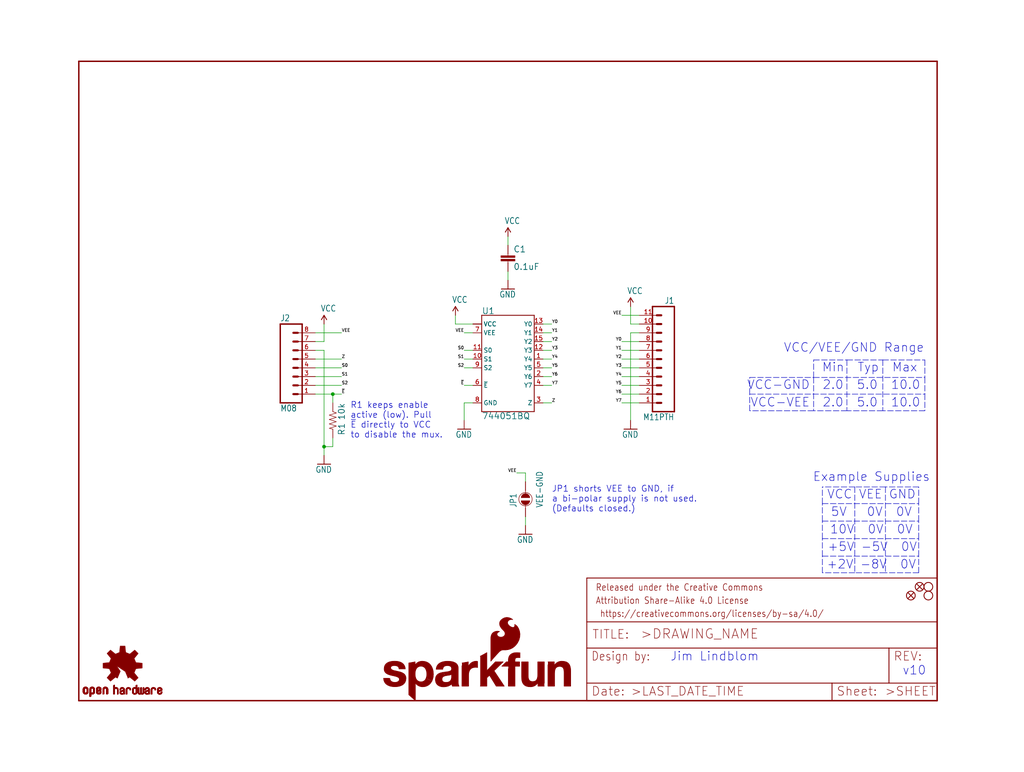
<source format=kicad_sch>
(kicad_sch (version 20211123) (generator eeschema)
  (paper "User" 297.002 223.926)
  (lib_symbols
    (symbol "schematicEagle-eagle-import:0.1UF-0603-25V-(+80{slash}-20%)"
      (property "Reference" "C" (at 1.524 2.921 0))
      (property "Value" "0.1UF-0603-25V-(+80{slash}-20%)" (at 1.524 -2.159 0))
      (symbol "0.1UF-0603-25V-(+80{slash}-20%)_1_0"
        (pin passive line (at 0 5.08 270) (length 2.54) (name "1") (number "1"))
        (pin passive line (at 0 -2.54 90) (length 2.54) (name "2") (number "2"))
      )
    )
    (symbol "schematicEagle-eagle-import:10KOHM-0603-1{slash}10W-1%"
      (property "Reference" "R" (at 0 1.524 0))
      (property "Value" "10KOHM-0603-1{slash}10W-1%" (at 0 -1.524 0))
      (symbol "10KOHM-0603-1{slash}10W-1%_1_0"
        (pin passive line (at -5.08 0 0) (length 2.54) (name "1") (number "1"))
        (pin passive line (at 5.08 0 180) (length 2.54) (name "2") (number "2"))
      )
    )
    (symbol "schematicEagle-eagle-import:744051BQ"
      (property "Reference" "U" (at -7.62 15.494 0))
      (property "Value" "744051BQ" (at -7.62 -12.954 0))
      (symbol "744051BQ_1_0"
        (pin bidirectional line (at 10.16 2.54 180) (length 2.54) (name "Y4") (number "1"))
        (pin bidirectional line (at -10.16 2.54 0) (length 2.54) (name "S1") (number "10"))
        (pin bidirectional line (at -10.16 5.08 0) (length 2.54) (name "S0") (number "11"))
        (pin bidirectional line (at 10.16 5.08 180) (length 2.54) (name "Y3") (number "12"))
        (pin bidirectional line (at 10.16 12.7 180) (length 2.54) (name "Y0") (number "13"))
        (pin bidirectional line (at 10.16 10.16 180) (length 2.54) (name "Y1") (number "14"))
        (pin bidirectional line (at 10.16 7.62 180) (length 2.54) (name "Y2") (number "15"))
        (pin bidirectional line (at -10.16 12.7 0) (length 2.54) (name "VCC") (number "16"))
        (pin bidirectional line (at 10.16 -2.54 180) (length 2.54) (name "Y6") (number "2"))
        (pin bidirectional line (at 10.16 -10.16 180) (length 2.54) (name "Z") (number "3"))
        (pin bidirectional line (at 10.16 -5.08 180) (length 2.54) (name "Y7") (number "4"))
        (pin bidirectional line (at 10.16 0 180) (length 2.54) (name "Y5") (number "5"))
        (pin bidirectional line (at -10.16 -5.08 0) (length 2.54) (name "~{E}") (number "6"))
        (pin bidirectional line (at -10.16 10.16 0) (length 2.54) (name "VEE") (number "7"))
        (pin bidirectional line (at -10.16 -10.16 0) (length 2.54) (name "GND") (number "8"))
        (pin bidirectional line (at -10.16 0 0) (length 2.54) (name "S2") (number "9"))
        (pin bidirectional line (at -10.16 12.7 0) (length 2.54) (name "VCC") (number "EP"))
      )
    )
    (symbol "schematicEagle-eagle-import:FIDUCIAL1X2")
    (symbol "schematicEagle-eagle-import:FRAME-LETTER"
      (symbol "FRAME-LETTER_2_0"
        (text " https://creativecommons.org/licenses/by-sa/4.0/" (at 2.54 24.13 0) (effects (font (size 1.9304 1.6408)) (justify left bottom)))
        (text ">DRAWING_NAME" (at 15.494 17.78 0) (effects (font (size 2.7432 2.7432)) (justify left bottom)))
        (text ">LAST_DATE_TIME" (at 12.7 1.27 0) (effects (font (size 2.54 2.54)) (justify left bottom)))
        (text ">SHEET" (at 86.36 1.27 0) (effects (font (size 2.54 2.54)) (justify left bottom)))
        (text "Attribution Share-Alike 4.0 License" (at 2.54 27.94 0) (effects (font (size 1.9304 1.6408)) (justify left bottom)))
        (text "Date:" (at 1.27 1.27 0) (effects (font (size 2.54 2.54)) (justify left bottom)))
        (text "Design by:" (at 1.27 11.43 0) (effects (font (size 2.54 2.159)) (justify left bottom)))
        (text "Released under the Creative Commons" (at 2.54 31.75 0) (effects (font (size 1.9304 1.6408)) (justify left bottom)))
        (text "REV:" (at 88.9 11.43 0) (effects (font (size 2.54 2.54)) (justify left bottom)))
        (text "Sheet:" (at 72.39 1.27 0) (effects (font (size 2.54 2.54)) (justify left bottom)))
        (text "TITLE:" (at 1.524 17.78 0) (effects (font (size 2.54 2.54)) (justify left bottom)))
      )
    )
    (symbol "schematicEagle-eagle-import:GND" (power)
      (property "Value" "GND" (at -2.54 -2.54 0))
      (symbol "GND_1_0"
        (pin power_in line (at 0 2.54 270) (length 2.54) (name "GND") (number "1"))
      )
    )
    (symbol "schematicEagle-eagle-import:JUMPER-PAD-2-NC_BY_PASTENO-SILK"
      (property "Reference" "JP" (at -2.54 2.54 0))
      (property "Value" "JUMPER-PAD-2-NC_BY_PASTENO-SILK" (at -2.54 -5.08 0))
      (symbol "JUMPER-PAD-2-NC_BY_PASTENO-SILK_1_0"
        (pin passive line (at -5.08 0 0) (length 2.54) (name "1") (number "1"))
        (pin passive line (at 5.08 0 180) (length 2.54) (name "2") (number "2"))
      )
    )
    (symbol "schematicEagle-eagle-import:M08"
      (property "Reference" "J" (at -5.08 13.462 0))
      (property "Value" "M08" (at -5.08 -12.7 0))
      (symbol "M08_1_0"
        (pin passive line (at 5.08 -7.62 180) (length 5.08) (name "1") (number "1"))
        (pin passive line (at 5.08 -5.08 180) (length 5.08) (name "2") (number "2"))
        (pin passive line (at 5.08 -2.54 180) (length 5.08) (name "3") (number "3"))
        (pin passive line (at 5.08 0 180) (length 5.08) (name "4") (number "4"))
        (pin passive line (at 5.08 2.54 180) (length 5.08) (name "5") (number "5"))
        (pin passive line (at 5.08 5.08 180) (length 5.08) (name "6") (number "6"))
        (pin passive line (at 5.08 7.62 180) (length 5.08) (name "7") (number "7"))
        (pin passive line (at 5.08 10.16 180) (length 5.08) (name "8") (number "8"))
      )
    )
    (symbol "schematicEagle-eagle-import:M11PTH"
      (property "Reference" "J" (at 0 16.002 0))
      (property "Value" "M11PTH" (at 0 -17.78 0))
      (symbol "M11PTH_1_0"
        (pin passive line (at 10.16 -12.7 180) (length 5.08) (name "1") (number "1"))
        (pin passive line (at 10.16 10.16 180) (length 5.08) (name "10") (number "10"))
        (pin passive line (at 10.16 12.7 180) (length 5.08) (name "11") (number "11"))
        (pin passive line (at 10.16 -10.16 180) (length 5.08) (name "2") (number "2"))
        (pin passive line (at 10.16 -7.62 180) (length 5.08) (name "3") (number "3"))
        (pin passive line (at 10.16 -5.08 180) (length 5.08) (name "4") (number "4"))
        (pin passive line (at 10.16 -2.54 180) (length 5.08) (name "5") (number "5"))
        (pin passive line (at 10.16 0 180) (length 5.08) (name "6") (number "6"))
        (pin passive line (at 10.16 2.54 180) (length 5.08) (name "7") (number "7"))
        (pin passive line (at 10.16 5.08 180) (length 5.08) (name "8") (number "8"))
        (pin passive line (at 10.16 7.62 180) (length 5.08) (name "9") (number "9"))
      )
    )
    (symbol "schematicEagle-eagle-import:OSHW-LOGOMINI")
    (symbol "schematicEagle-eagle-import:SFE_LOGO_FLAME.1_INCH")
    (symbol "schematicEagle-eagle-import:SFE_LOGO_NAME.1_INCH")
    (symbol "schematicEagle-eagle-import:STAND-OFF")
    (symbol "schematicEagle-eagle-import:VCC" (power)
      (property "Value" "VCC" (at -1.016 3.556 0))
      (symbol "VCC_1_0"
        (pin power_in line (at 0 0 90) (length 2.54) (name "VCC") (number "1"))
      )
    )
  )
  (junction (at 93.98 129.54))
  (junction (at 96.52 114.3))
  (polyline (pts (xy 217.424 114.3) (xy 268.224 114.3)))
  (polyline (pts (xy 268.224 119.126) (xy 256.032 119.126)))
  (wire (pts (xy 137.16 101.6) (xy 134.62 101.6)))
  (wire (pts (xy 157.48 101.6) (xy 160.02 101.6)))
  (polyline (pts (xy 235.966 104.394) (xy 245.618 104.394)))
  (wire (pts (xy 157.48 109.22) (xy 160.02 109.22)))
  (wire (pts (xy 93.98 99.06) (xy 93.98 93.98)))
  (wire (pts (xy 152.4 137.16) (xy 149.86 137.16)))
  (wire (pts (xy 185.42 101.6) (xy 180.34 101.6)))
  (polyline (pts (xy 238.506 146.05) (xy 238.506 141.224)))
  (polyline (pts (xy 266.446 151.13) (xy 266.446 146.05)))
  (wire (pts (xy 157.48 116.84) (xy 160.02 116.84)))
  (polyline (pts (xy 238.506 166.116) (xy 238.506 161.29)))
  (wire (pts (xy 185.42 91.44) (xy 180.34 91.44)))
  (polyline (pts (xy 256.032 104.394) (xy 268.224 104.394)))
  (polyline (pts (xy 217.424 114.3) (xy 217.424 109.474)))
  (polyline (pts (xy 217.424 109.474) (xy 235.966 109.474)))
  (wire (pts (xy 137.16 93.98) (xy 132.08 93.98)))
  (wire (pts (xy 182.88 121.92) (xy 182.88 96.52)))
  (polyline (pts (xy 245.618 104.394) (xy 245.618 119.126)))
  (wire (pts (xy 152.4 139.7) (xy 152.4 137.16)))
  (wire (pts (xy 93.98 129.54) (xy 93.98 132.08)))
  (wire (pts (xy 185.42 109.22) (xy 180.34 109.22)))
  (wire (pts (xy 134.62 116.84) (xy 134.62 121.92)))
  (wire (pts (xy 147.32 81.28) (xy 147.32 78.74)))
  (polyline (pts (xy 256.794 141.224) (xy 256.794 166.116)))
  (polyline (pts (xy 256.032 119.126) (xy 245.618 119.126)))
  (wire (pts (xy 182.88 93.98) (xy 182.88 88.9)))
  (polyline (pts (xy 268.224 104.394) (xy 268.224 109.474)))
  (wire (pts (xy 157.48 96.52) (xy 160.02 96.52)))
  (polyline (pts (xy 256.032 104.394) (xy 256.032 119.126)))
  (wire (pts (xy 185.42 93.98) (xy 182.88 93.98)))
  (polyline (pts (xy 266.446 166.116) (xy 266.446 161.29)))
  (polyline (pts (xy 235.966 109.474) (xy 268.224 109.474)))
  (wire (pts (xy 185.42 99.06) (xy 180.34 99.06)))
  (polyline (pts (xy 238.506 161.29) (xy 238.506 156.21)))
  (polyline (pts (xy 266.446 166.116) (xy 256.794 166.116)))
  (polyline (pts (xy 238.506 151.13) (xy 238.506 146.05)))
  (polyline (pts (xy 245.618 119.126) (xy 235.966 119.126)))
  (wire (pts (xy 185.42 106.68) (xy 180.34 106.68)))
  (wire (pts (xy 137.16 104.14) (xy 134.62 104.14)))
  (wire (pts (xy 157.48 111.76) (xy 160.02 111.76)))
  (wire (pts (xy 185.42 111.76) (xy 180.34 111.76)))
  (wire (pts (xy 91.44 111.76) (xy 99.06 111.76)))
  (polyline (pts (xy 266.446 156.21) (xy 266.446 151.13)))
  (wire (pts (xy 137.16 116.84) (xy 134.62 116.84)))
  (wire (pts (xy 152.4 152.4) (xy 152.4 149.86)))
  (polyline (pts (xy 256.794 166.116) (xy 247.904 166.116)))
  (polyline (pts (xy 238.506 156.21) (xy 238.506 151.13)))
  (wire (pts (xy 147.32 68.58) (xy 147.32 71.12)))
  (polyline (pts (xy 247.904 166.116) (xy 238.506 166.116)))
  (wire (pts (xy 93.98 101.6) (xy 93.98 129.54)))
  (wire (pts (xy 137.16 106.68) (xy 134.62 106.68)))
  (polyline (pts (xy 268.224 114.3) (xy 268.224 119.126)))
  (polyline (pts (xy 238.506 156.21) (xy 266.446 156.21)))
  (wire (pts (xy 91.44 104.14) (xy 99.06 104.14)))
  (wire (pts (xy 132.08 93.98) (xy 132.08 91.44)))
  (polyline (pts (xy 245.618 104.394) (xy 256.032 104.394)))
  (wire (pts (xy 157.48 99.06) (xy 160.02 99.06)))
  (polyline (pts (xy 256.794 141.224) (xy 247.904 141.224)))
  (wire (pts (xy 96.52 114.3) (xy 99.06 114.3)))
  (wire (pts (xy 185.42 96.52) (xy 182.88 96.52)))
  (wire (pts (xy 93.98 129.54) (xy 96.52 129.54)))
  (wire (pts (xy 91.44 99.06) (xy 93.98 99.06)))
  (wire (pts (xy 185.42 114.3) (xy 180.34 114.3)))
  (wire (pts (xy 91.44 109.22) (xy 99.06 109.22)))
  (wire (pts (xy 91.44 96.52) (xy 99.06 96.52)))
  (polyline (pts (xy 235.966 109.474) (xy 235.966 119.126)))
  (wire (pts (xy 185.42 104.14) (xy 180.34 104.14)))
  (polyline (pts (xy 238.506 161.29) (xy 266.446 161.29)))
  (wire (pts (xy 91.44 101.6) (xy 93.98 101.6)))
  (wire (pts (xy 185.42 116.84) (xy 180.34 116.84)))
  (wire (pts (xy 137.16 111.76) (xy 134.62 111.76)))
  (wire (pts (xy 96.52 129.54) (xy 96.52 127)))
  (wire (pts (xy 91.44 114.3) (xy 96.52 114.3)))
  (wire (pts (xy 157.48 93.98) (xy 160.02 93.98)))
  (polyline (pts (xy 235.966 109.474) (xy 235.966 104.394)))
  (wire (pts (xy 157.48 106.68) (xy 160.02 106.68)))
  (polyline (pts (xy 247.904 141.224) (xy 247.904 166.116)))
  (polyline (pts (xy 238.506 146.05) (xy 266.446 146.05)))
  (wire (pts (xy 96.52 116.84) (xy 96.52 114.3)))
  (wire (pts (xy 91.44 106.68) (xy 99.06 106.68)))
  (polyline (pts (xy 235.966 119.126) (xy 217.424 119.126)))
  (polyline (pts (xy 266.446 161.29) (xy 266.446 156.21)))
  (polyline (pts (xy 266.446 141.224) (xy 256.794 141.224)))
  (wire (pts (xy 157.48 104.14) (xy 160.02 104.14)))
  (polyline (pts (xy 266.446 146.05) (xy 266.446 141.224)))
  (polyline (pts (xy 268.224 109.474) (xy 268.224 114.3)))
  (polyline (pts (xy 247.904 141.224) (xy 238.506 141.224)))
  (wire (pts (xy 137.16 96.52) (xy 134.62 96.52)))
  (polyline (pts (xy 217.424 119.126) (xy 217.424 114.3)))
  (polyline (pts (xy 238.506 151.13) (xy 266.446 151.13)))
  (text "+5V -5V  0V" (at 252.984 158.75 180) (effects (font (size 2.54 2.54))))
  (text "VCC-GND" (at 234.95 111.76 180) (effects (font (size 2.54 2.54)) (justify right)))
  (text "JP1 shorts VEE to GND, if\na bi-polar supply is not used.\n(Defaults closed.)" (at 160.02 144.78 0) (effects (font (size 1.778 1.778)) (justify left)))
  (text "5V   0V  0V" (at 252.73 148.59 180) (effects (font (size 2.54 2.54))))
  (text "2.0  5.0  10.0" (at 252.73 111.76 180) (effects (font (size 2.54 2.54))))
  (text "v10" (at 265.176 194.564 180) (effects (font (size 2.54 2.54))))
  (text "+2V -8V  0V" (at 252.73 163.83 180) (effects (font (size 2.54 2.54))))
  (text "Jim Lindblom" (at 207.264 190.5 180) (effects (font (size 2.54 2.54))))
  (text "VCC-VEE" (at 234.95 116.84 180) (effects (font (size 2.54 2.54)) (justify right)))
  (text "VCC/VEE/GND Range" (at 247.65 100.965 180) (effects (font (size 2.54 2.54))))
  (text "Example Supplies" (at 252.73 138.43 180) (effects (font (size 2.54 2.54))))
  (text "10V  0V  0V" (at 252.73 153.67 180) (effects (font (size 2.54 2.54))))
  (text "VCC VEE GND" (at 252.73 143.51 180) (effects (font (size 2.54 2.54))))
  (text "R1 keeps enable\nactive (low). Pull\n~{E} directly to VCC\nto disable the mux." (at 101.6 121.92 0) (effects (font (size 1.778 1.778)) (justify left)))
  (text "2.0  5.0  10.0" (at 252.73 116.84 180) (effects (font (size 2.54 2.54))))
  (text "Min  Typ  Max" (at 252.222 106.68 180) (effects (font (size 2.54 2.54))))
  (label "Y1" (at 160.02 96.52 0) (effects (font (size 0.889 0.889))))
  (label "Y5" (at 180.34 111.76 180) (effects (font (size 0.889 0.889))))
  (label "Z" (at 160.02 116.84 0) (effects (font (size 0.889 0.889))))
  (label "Y4" (at 180.34 109.22 180) (effects (font (size 0.889 0.889))))
  (label "Y3" (at 160.02 101.6 0) (effects (font (size 0.889 0.889))))
  (label "Y7" (at 180.34 116.84 180) (effects (font (size 0.889 0.889))))
  (label "Y2" (at 160.02 99.06 0) (effects (font (size 0.889 0.889))))
  (label "VEE" (at 99.06 96.52 0) (effects (font (size 0.889 0.889))))
  (label "S1" (at 134.62 104.14 180) (effects (font (size 0.889 0.889))))
  (label "S0" (at 99.06 106.68 0) (effects (font (size 0.889 0.889))))
  (label "Y5" (at 160.02 106.68 0) (effects (font (size 0.889 0.889))))
  (label "Y4" (at 160.02 104.14 0) (effects (font (size 0.889 0.889))))
  (label "S2" (at 99.06 111.76 0) (effects (font (size 0.889 0.889))))
  (label "Y0" (at 160.02 93.98 0) (effects (font (size 0.889 0.889))))
  (label "Y6" (at 180.34 114.3 180) (effects (font (size 0.889 0.889))))
  (label "Y6" (at 160.02 109.22 0) (effects (font (size 0.889 0.889))))
  (label "S2" (at 134.62 106.68 180) (effects (font (size 0.889 0.889))))
  (label "S0" (at 134.62 101.6 180) (effects (font (size 0.889 0.889))))
  (label "Y3" (at 180.34 106.68 180) (effects (font (size 0.889 0.889))))
  (label "Y1" (at 180.34 101.6 180) (effects (font (size 0.889 0.889))))
  (label "~{E}" (at 134.62 111.76 180) (effects (font (size 0.889 0.889))))
  (label "VEE" (at 149.86 137.16 180) (effects (font (size 0.889 0.889))))
  (label "Y0" (at 180.34 99.06 180) (effects (font (size 0.889 0.889))))
  (label "Z" (at 99.06 104.14 0) (effects (font (size 0.889 0.889))))
  (label "VEE" (at 134.62 96.52 180) (effects (font (size 0.889 0.889))))
  (label "~{E}" (at 99.06 114.3 0) (effects (font (size 0.889 0.889))))
  (label "S1" (at 99.06 109.22 0) (effects (font (size 0.889 0.889))))
  (label "Y7" (at 160.02 111.76 0) (effects (font (size 0.889 0.889))))
  (label "Y2" (at 180.34 104.14 180) (effects (font (size 0.889 0.889))))
  (label "VEE" (at 180.34 91.44 180) (effects (font (size 0.889 0.889))))
  (symbol (lib_id "schematicEagle-eagle-import:JUMPER-PAD-2-NC_BY_PASTENO-SILK") (at 152.4 144.78 90) (unit 1)
    (property "Reference" "JP1" (at 149.86 147.32 0) (effects (font (size 1.778 1.5113)) (justify left bottom)))
    (property "Value" "VEE-GND" (at 157.48 147.32 0) (effects (font (size 1.778 1.5113)) (justify left bottom)))
    (property "Footprint" "schematicEagle:PAD-JUMPER-2-NC_BY_PASTE_NO_SILK" (effects hide))
  )
  (symbol (lib_id "schematicEagle-eagle-import:10KOHM-0603-1{slash}10W-1%") (at 96.52 121.92 270) (unit 1)
    (property "Reference" "R1" (at 98.044 124.46 0) (effects (font (size 1.778 1.778)) (justify bottom)))
    (property "Value" "10k" (at 98.044 119.38 0) (effects (font (size 1.778 1.778)) (justify bottom)))
    (property "Footprint" "schematicEagle:0603" (effects hide))
  )
  (symbol (lib_id "schematicEagle-eagle-import:SFE_LOGO_NAME.1_INCH") (at 109.22 203.2 0) (unit 1)
    (property "Reference" "LOGO3" (effects hide))
    (property "Value" "SFE_LOGO_NAME.1_INCH" (effects hide))
    (property "Footprint" "schematicEagle:SFE_LOGO_NAME_.1" (effects hide))
  )
  (symbol (lib_id "schematicEagle-eagle-import:M08") (at 86.36 106.68 0) (unit 1)
    (property "Reference" "J2" (at 81.28 93.218 0) (effects (font (size 1.778 1.5113)) (justify left bottom)))
    (property "Value" "M08" (at 81.28 119.38 0) (effects (font (size 1.778 1.5113)) (justify left bottom)))
    (property "Footprint" "schematicEagle:1X08_ROUND" (effects hide))
  )
  (symbol (lib_id "schematicEagle-eagle-import:744051BQ") (at 147.32 106.68 0) (unit 1)
    (property "Reference" "U1" (at 139.7 91.186 0) (effects (font (size 1.778 1.778)) (justify left bottom)))
    (property "Value" "744051BQ" (at 139.7 119.634 0) (effects (font (size 1.778 1.778)) (justify left top)))
    (property "Footprint" "schematicEagle:DHVQFN-16-2.5X3.5MM" (effects hide))
  )
  (symbol (lib_id "schematicEagle-eagle-import:GND") (at 152.4 154.94 0) (unit 1)
    (property "Reference" "#GND6" (effects hide))
    (property "Value" "GND" (at 149.86 157.48 0) (effects (font (size 1.778 1.5113)) (justify left bottom)))
    (property "Footprint" "schematicEagle:" (effects hide))
  )
  (symbol (lib_id "schematicEagle-eagle-import:VCC") (at 147.32 68.58 0) (unit 1)
    (property "Reference" "#SUPPLY1" (effects hide))
    (property "Value" "VCC" (at 146.304 65.024 0) (effects (font (size 1.778 1.5113)) (justify left bottom)))
    (property "Footprint" "schematicEagle:" (effects hide))
  )
  (symbol (lib_id "schematicEagle-eagle-import:0.1UF-0603-25V-(+80{slash}-20%)") (at 147.32 76.2 0) (unit 1)
    (property "Reference" "C1" (at 148.844 73.279 0) (effects (font (size 1.778 1.778)) (justify left bottom)))
    (property "Value" "0.1uF" (at 148.844 78.359 0) (effects (font (size 1.778 1.778)) (justify left bottom)))
    (property "Footprint" "schematicEagle:0603" (effects hide))
  )
  (symbol (lib_id "schematicEagle-eagle-import:SFE_LOGO_FLAME.1_INCH") (at 141.986 192.278 0) (unit 1)
    (property "Reference" "LOGO1" (effects hide))
    (property "Value" "SFE_LOGO_FLAME.1_INCH" (effects hide))
    (property "Footprint" "schematicEagle:SFE_LOGO_FLAME_.1" (effects hide))
  )
  (symbol (lib_id "schematicEagle-eagle-import:VCC") (at 182.88 88.9 0) (unit 1)
    (property "Reference" "#SUPPLY2" (effects hide))
    (property "Value" "VCC" (at 181.864 85.344 0) (effects (font (size 1.778 1.5113)) (justify left bottom)))
    (property "Footprint" "schematicEagle:" (effects hide))
  )
  (symbol (lib_id "schematicEagle-eagle-import:FIDUCIAL1X2") (at 264.16 172.72 0) (unit 1)
    (property "Reference" "FD2" (effects hide))
    (property "Value" "FIDUCIAL1X2" (effects hide))
    (property "Footprint" "schematicEagle:FIDUCIAL-1X2" (effects hide))
  )
  (symbol (lib_id "schematicEagle-eagle-import:FRAME-LETTER") (at 22.86 203.2 0) (unit 1)
    (property "Reference" "FRAME1" (effects hide))
    (property "Value" "FRAME-LETTER" (effects hide))
    (property "Footprint" "schematicEagle:CREATIVE_COMMONS" (effects hide))
  )
  (symbol (lib_id "schematicEagle-eagle-import:GND") (at 93.98 134.62 0) (unit 1)
    (property "Reference" "#GND4" (effects hide))
    (property "Value" "GND" (at 91.44 137.16 0) (effects (font (size 1.778 1.5113)) (justify left bottom)))
    (property "Footprint" "schematicEagle:" (effects hide))
  )
  (symbol (lib_id "schematicEagle-eagle-import:VCC") (at 132.08 91.44 0) (unit 1)
    (property "Reference" "#SUPPLY3" (effects hide))
    (property "Value" "VCC" (at 131.064 87.884 0) (effects (font (size 1.778 1.5113)) (justify left bottom)))
    (property "Footprint" "schematicEagle:" (effects hide))
  )
  (symbol (lib_id "schematicEagle-eagle-import:GND") (at 147.32 83.82 0) (unit 1)
    (property "Reference" "#GND1" (effects hide))
    (property "Value" "GND" (at 144.78 86.36 0) (effects (font (size 1.778 1.5113)) (justify left bottom)))
    (property "Footprint" "schematicEagle:" (effects hide))
  )
  (symbol (lib_id "schematicEagle-eagle-import:VCC") (at 93.98 93.98 0) (unit 1)
    (property "Reference" "#SUPPLY4" (effects hide))
    (property "Value" "VCC" (at 92.964 90.424 0) (effects (font (size 1.778 1.5113)) (justify left bottom)))
    (property "Footprint" "schematicEagle:" (effects hide))
  )
  (symbol (lib_id "schematicEagle-eagle-import:M11PTH") (at 195.58 104.14 0) (mirror y) (unit 1)
    (property "Reference" "J1" (at 195.58 88.138 0) (effects (font (size 1.778 1.5113)) (justify left bottom)))
    (property "Value" "M11PTH" (at 195.58 121.92 0) (effects (font (size 1.778 1.5113)) (justify left bottom)))
    (property "Footprint" "schematicEagle:1X11" (effects hide))
  )
  (symbol (lib_id "schematicEagle-eagle-import:GND") (at 134.62 124.46 0) (unit 1)
    (property "Reference" "#GND2" (effects hide))
    (property "Value" "GND" (at 132.08 127 0) (effects (font (size 1.778 1.5113)) (justify left bottom)))
    (property "Footprint" "schematicEagle:" (effects hide))
  )
  (symbol (lib_id "schematicEagle-eagle-import:GND") (at 182.88 124.46 0) (unit 1)
    (property "Reference" "#GND3" (effects hide))
    (property "Value" "GND" (at 180.34 127 0) (effects (font (size 1.778 1.5113)) (justify left bottom)))
    (property "Footprint" "schematicEagle:" (effects hide))
  )
  (symbol (lib_id "schematicEagle-eagle-import:FIDUCIAL1X2") (at 266.7 170.18 0) (unit 1)
    (property "Reference" "FD1" (effects hide))
    (property "Value" "FIDUCIAL1X2" (effects hide))
    (property "Footprint" "schematicEagle:FIDUCIAL-1X2" (effects hide))
  )
  (symbol (lib_id "schematicEagle-eagle-import:OSHW-LOGOMINI") (at 35.56 193.04 0) (unit 1)
    (property "Reference" "LOGO2" (effects hide))
    (property "Value" "OSHW-LOGOMINI" (effects hide))
    (property "Footprint" "schematicEagle:OSHW-LOGO-MINI" (effects hide))
  )
  (symbol (lib_id "schematicEagle-eagle-import:STAND-OFF") (at 269.24 170.18 0) (unit 1)
    (property "Reference" "H1" (effects hide))
    (property "Value" "STAND-OFF" (effects hide))
    (property "Footprint" "schematicEagle:STAND-OFF" (effects hide))
  )
  (symbol (lib_id "schematicEagle-eagle-import:STAND-OFF") (at 269.24 172.72 0) (unit 1)
    (property "Reference" "H2" (effects hide))
    (property "Value" "STAND-OFF" (effects hide))
    (property "Footprint" "schematicEagle:STAND-OFF" (effects hide))
  )
  (symbol (lib_id "schematicEagle-eagle-import:FRAME-LETTER") (at 170.18 203.2 0) (unit 2)
    (property "Reference" "FRAME1" (effects hide))
    (property "Value" "FRAME-LETTER" (effects hide))
    (property "Footprint" "schematicEagle:CREATIVE_COMMONS" (effects hide))
  )
)
</source>
